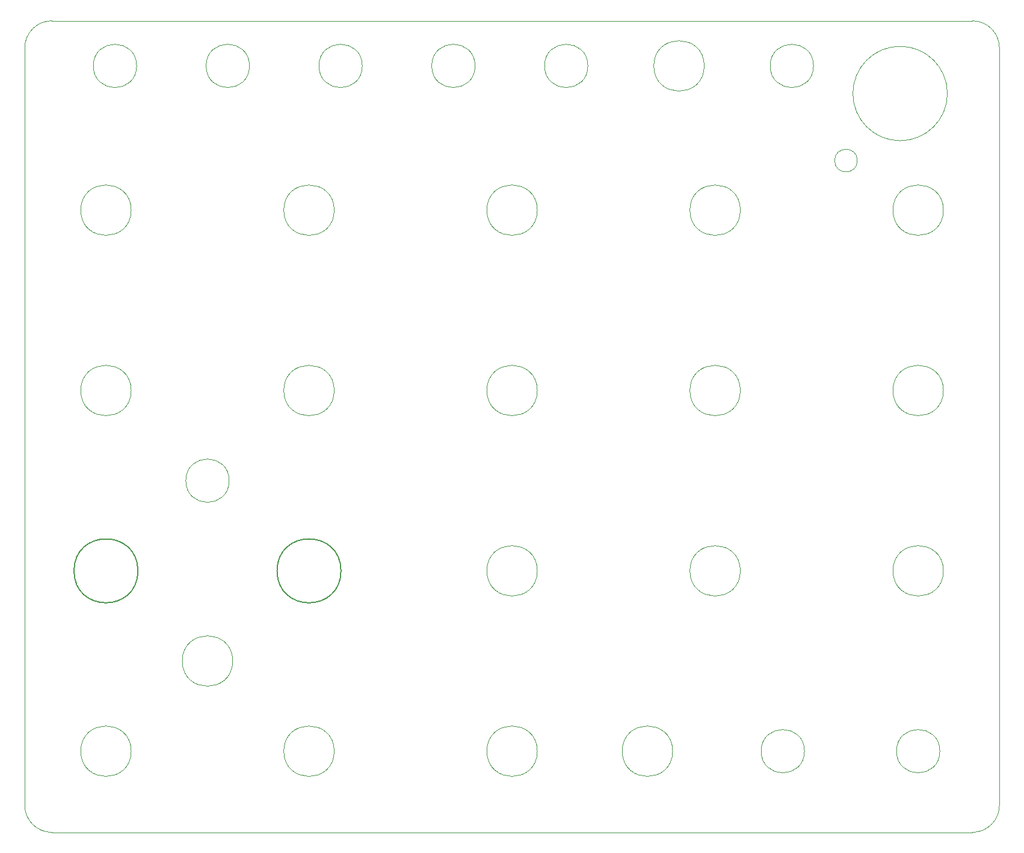
<source format=gm1>
G04 #@! TF.GenerationSoftware,KiCad,Pcbnew,6.0.5+dfsg-1~bpo11+1*
G04 #@! TF.CreationDate,2022-08-18T18:33:33+00:00*
G04 #@! TF.ProjectId,micro_pico_faceplate,6d696372-6f5f-4706-9963-6f5f66616365,0*
G04 #@! TF.SameCoordinates,Original*
G04 #@! TF.FileFunction,Profile,NP*
%FSLAX46Y46*%
G04 Gerber Fmt 4.6, Leading zero omitted, Abs format (unit mm)*
G04 Created by KiCad (PCBNEW 6.0.5+dfsg-1~bpo11+1) date 2022-08-18 18:33:33*
%MOMM*%
%LPD*%
G01*
G04 APERTURE LIST*
G04 #@! TA.AperFunction,Profile*
%ADD10C,0.050000*%
G04 #@! TD*
G04 #@! TA.AperFunction,Profile*
%ADD11C,0.100000*%
G04 #@! TD*
G04 #@! TA.AperFunction,Profile*
%ADD12C,0.150000*%
G04 #@! TD*
G04 APERTURE END LIST*
D10*
X87370000Y-81280000D02*
G75*
G03*
X87370000Y-81280000I-3550000J0D01*
G01*
X115945000Y-132080000D02*
G75*
G03*
X115945000Y-132080000I-3550000J0D01*
G01*
X201670000Y-55880000D02*
G75*
G03*
X201670000Y-55880000I-3550000J0D01*
G01*
X202230000Y-39446200D02*
G75*
G03*
X202230000Y-39446200I-6650000J0D01*
G01*
X168015000Y-35560000D02*
G75*
G03*
X168015000Y-35560000I-3550000J0D01*
G01*
X144520000Y-106680000D02*
G75*
G03*
X144520000Y-106680000I-3550000J0D01*
G01*
D11*
X135765000Y-35560000D02*
G75*
G03*
X135765000Y-35560000I-3050000J0D01*
G01*
D10*
X101157500Y-93980000D02*
G75*
G03*
X101157500Y-93980000I-3050000J0D01*
G01*
X173095000Y-55880000D02*
G75*
G03*
X173095000Y-55880000I-3550000J0D01*
G01*
D11*
X72390000Y-139700000D02*
G75*
G03*
X76200000Y-143510000I3810000J0D01*
G01*
X151640000Y-35560000D02*
G75*
G03*
X151640000Y-35560000I-3050000J0D01*
G01*
D10*
X201670000Y-81280000D02*
G75*
G03*
X201670000Y-81280000I-3550000J0D01*
G01*
D11*
X209550000Y-33020000D02*
G75*
G03*
X205740000Y-29210000I-3810000J0D01*
G01*
X119890000Y-35560000D02*
G75*
G03*
X119890000Y-35560000I-3050000J0D01*
G01*
X104015000Y-35560000D02*
G75*
G03*
X104015000Y-35560000I-3050000J0D01*
G01*
D10*
X144520000Y-55880000D02*
G75*
G03*
X144520000Y-55880000I-3550000J0D01*
G01*
D11*
X76200000Y-29210000D02*
G75*
G03*
X72390000Y-33020000I0J-3810000D01*
G01*
D10*
X115945000Y-55880000D02*
G75*
G03*
X115945000Y-55880000I-3550000J0D01*
G01*
X173095000Y-81280000D02*
G75*
G03*
X173095000Y-81280000I-3550000J0D01*
G01*
X163570000Y-132080000D02*
G75*
G03*
X163570000Y-132080000I-3550000J0D01*
G01*
X201670000Y-106680000D02*
G75*
G03*
X201670000Y-106680000I-3550000J0D01*
G01*
D11*
X102870001Y-143510001D02*
X179070001Y-143510001D01*
D10*
X173095000Y-106680000D02*
G75*
G03*
X173095000Y-106680000I-3550000J0D01*
G01*
X201170000Y-132080000D02*
G75*
G03*
X201170000Y-132080000I-3050000J0D01*
G01*
D11*
X76200000Y-143510000D02*
X102870001Y-143510001D01*
X183390000Y-35560000D02*
G75*
G03*
X183390000Y-35560000I-3050000J0D01*
G01*
D10*
X182120000Y-132080000D02*
G75*
G03*
X182120000Y-132080000I-3050000J0D01*
G01*
D12*
X116895000Y-106680000D02*
G75*
G03*
X116895000Y-106680000I-4500000J0D01*
G01*
D11*
X72390000Y-139700000D02*
X72390000Y-33020000D01*
X209550000Y-33020000D02*
X209550000Y-139700000D01*
D12*
X88320000Y-106680000D02*
G75*
G03*
X88320000Y-106680000I-4500000J0D01*
G01*
D10*
X115945000Y-81280000D02*
G75*
G03*
X115945000Y-81280000I-3550000J0D01*
G01*
X87370000Y-132080000D02*
G75*
G03*
X87370000Y-132080000I-3550000J0D01*
G01*
D11*
X88140000Y-35560000D02*
G75*
G03*
X88140000Y-35560000I-3050000J0D01*
G01*
D10*
X87370000Y-55880000D02*
G75*
G03*
X87370000Y-55880000I-3550000J0D01*
G01*
X144520000Y-81280000D02*
G75*
G03*
X144520000Y-81280000I-3550000J0D01*
G01*
D11*
X205740000Y-143510000D02*
X179070001Y-143510001D01*
D10*
X144520000Y-132080000D02*
G75*
G03*
X144520000Y-132080000I-3550000J0D01*
G01*
D11*
X76200000Y-29210000D02*
X205740000Y-29210000D01*
X205740000Y-143510000D02*
G75*
G03*
X209550000Y-139700000I0J3810000D01*
G01*
D10*
X189560000Y-48895000D02*
G75*
G03*
X189560000Y-48895000I-1600000J0D01*
G01*
X101657500Y-119380000D02*
G75*
G03*
X101657500Y-119380000I-3550000J0D01*
G01*
M02*

</source>
